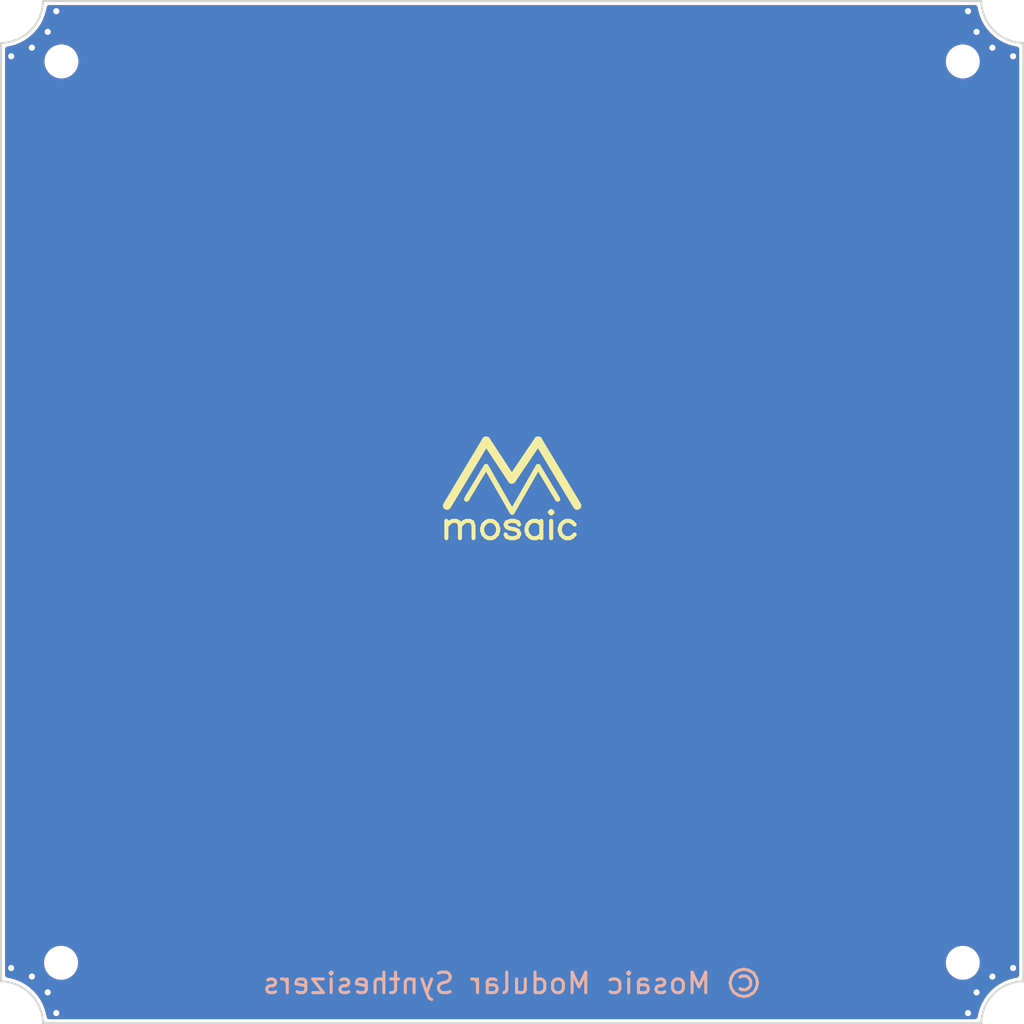
<source format=kicad_pcb>
(kicad_pcb (version 20240108) (generator "pcbnew") (generator_version "8.0")
  (title_block (company "Mosaic modular Synthesizers"))
  (layers (0 "F.Cu" signal) (31 "B.Cu" signal) (34 "B.Paste" user) (35 "F.Paste" user) (36 "B.SilkS" user "B.Silkscreen") (37 "F.SilkS" user "F.Silkscreen") (38 "B.Mask" user) (39 "F.Mask" user) (44 "Edge.Cuts" user))
  (net 0 "")
  (net 1 "GND")
  (footprint "0-MM:copyright" (layer "F.Cu") (at 150 123)
    (property "Reference" "REF4" (hide yes))
    (property "Value" "copyright" (hide yes))
    (fp_text user "© Mosaic Modular Synthesizers" (at 0 0 0) (layer "B.SilkS") (effects (justify mirror)))
  )
  (footprint "0-MM:MM50x50_JLC_toolingholes" (layer "F.Cu") (at 150 100)
    (property "Reference" "REF2" (hide yes))
    (property "Value" "JLC_PCBA_tooling_holes" (hide yes))
    (pad "" np_thru_hole circle (at -22.01962 21.999999) (size 1.152 1.152) (drill 1.152) (layers "F&B.Cu" "*.Mask"))
    (pad "" np_thru_hole circle (at -22 -22) (size 1.152 1.152) (drill 1.152) (layers "F&B.Cu" "*.Mask"))
    (pad "" np_thru_hole circle (at 22 -22) (size 1.152 1.152) (drill 1.152) (layers "F&B.Cu" "*.Mask"))
    (pad "" np_thru_hole circle (at 22 22) (size 1.152 1.152) (drill 1.152) (layers "F&B.Cu" "*.Mask"))
  )
  (footprint "0-MM:MM_LOGO" (layer "F.Cu") (at 150 100)
    (property "Reference" "REF3" (hide yes))
    (property "Value" "logo" (hide yes))
    (fp_line (start -3.209537 0.427546) (end -3.209537 0.668546) (stroke (width 0.2)) (layer "F.SilkS"))
    (fp_line (start -3.209537 0.668546) (end -3.209537 1.269546) (stroke (width 0.2)) (layer "F.SilkS"))
    (fp_line (start -3.209537 0.668546) (end -3.028537 0.487546) (stroke (width 0.2)) (layer "F.SilkS"))
    (fp_line (start -3.175 -0.3175) (end -1.27 -3.4925) (stroke (width 0.4064)) (layer "F.SilkS"))
    (fp_line (start -3.028537 0.487546) (end -2.908537 0.427546) (stroke (width 0.2)) (layer "F.SilkS"))
    (fp_line (start -2.908537 0.427546) (end -2.727537 0.427546) (stroke (width 0.2)) (layer "F.SilkS"))
    (fp_line (start -2.727537 0.427546) (end -2.607537 0.487546) (stroke (width 0.2)) (layer "F.SilkS"))
    (fp_line (start -2.607537 0.487546) (end -2.547537 0.668546) (stroke (width 0.2)) (layer "F.SilkS"))
    (fp_line (start -2.547537 0.668546) (end -2.547537 1.269546) (stroke (width 0.2)) (layer "F.SilkS"))
    (fp_line (start -2.547537 0.668546) (end -2.366537 0.487546) (stroke (width 0.2)) (layer "F.SilkS"))
    (fp_line (start -2.366537 0.487546) (end -2.246537 0.427546) (stroke (width 0.2)) (layer "F.SilkS"))
    (fp_line (start -2.246537 0.427546) (end -2.065537 0.427546) (stroke (width 0.2)) (layer "F.SilkS"))
    (fp_line (start -2.065537 0.427546) (end -1.945537 0.487546) (stroke (width 0.2)) (layer "F.SilkS"))
    (fp_line (start -1.945537 0.487546) (end -1.885537 0.668546) (stroke (width 0.2)) (layer "F.SilkS"))
    (fp_line (start -1.885537 0.668546) (end -1.885537 1.269546) (stroke (width 0.2)) (layer "F.SilkS"))
    (fp_line (start -1.464537 0.788546) (end -1.464537 0.908546) (stroke (width 0.2)) (layer "F.SilkS"))
    (fp_line (start -1.464537 0.908546) (end -1.403537 1.089546) (stroke (width 0.2)) (layer "F.SilkS"))
    (fp_line (start -1.403537 0.607546) (end -1.464537 0.788546) (stroke (width 0.2)) (layer "F.SilkS"))
    (fp_line (start -1.403537 1.089546) (end -1.283537 1.209546) (stroke (width 0.2)) (layer "F.SilkS"))
    (fp_line (start -1.283537 0.487546) (end -1.403537 0.607546) (stroke (width 0.2)) (layer "F.SilkS"))
    (fp_line (start -1.283537 1.209546) (end -1.163537 1.269546) (stroke (width 0.2)) (layer "F.SilkS"))
    (fp_line (start -1.27 -3.4925) (end -0.01524 -1.589784) (stroke (width 0.4064)) (layer "F.SilkS"))
    (fp_line (start -1.27 -2.2225) (end -2.2225 -0.635) (stroke (width 0.254)) (layer "F.SilkS"))
    (fp_line (start -1.27 -2.2225) (end 0 0) (stroke (width 0.254)) (layer "F.SilkS"))
    (fp_line (start -1.163537 0.427546) (end -1.283537 0.487546) (stroke (width 0.2)) (layer "F.SilkS"))
    (fp_line (start -1.163537 1.269546) (end -0.982537 1.269546) (stroke (width 0.2)) (layer "F.SilkS"))
    (fp_line (start -0.982537 0.427546) (end -1.163537 0.427546) (stroke (width 0.2)) (layer "F.SilkS"))
    (fp_line (start -0.982537 1.269546) (end -0.862537 1.209546) (stroke (width 0.2)) (layer "F.SilkS"))
    (fp_line (start -0.862537 0.487546) (end -0.982537 0.427546) (stroke (width 0.2)) (layer "F.SilkS"))
    (fp_line (start -0.862537 1.209546) (end -0.742537 1.089546) (stroke (width 0.2)) (layer "F.SilkS"))
    (fp_line (start -0.742537 0.607546) (end -0.862537 0.487546) (stroke (width 0.2)) (layer "F.SilkS"))
    (fp_line (start -0.742537 1.089546) (end -0.681537 0.908546) (stroke (width 0.2)) (layer "F.SilkS"))
    (fp_line (start -0.681537 0.788546) (end -0.742537 0.607546) (stroke (width 0.2)) (layer "F.SilkS"))
    (fp_line (start -0.681537 0.908546) (end -0.681537 0.788546) (stroke (width 0.2)) (layer "F.SilkS"))
    (fp_line (start -0.320537 0.607546) (end -0.260537 0.728546) (stroke (width 0.2)) (layer "F.SilkS"))
    (fp_line (start -0.260537 0.487546) (end -0.320537 0.607546) (stroke (width 0.2)) (layer "F.SilkS"))
    (fp_line (start -0.260537 0.728546) (end -0.140537 0.788546) (stroke (width 0.2)) (layer "F.SilkS"))
    (fp_line (start -0.260537 1.209546) (end -0.320537 1.089546) (stroke (width 0.2)) (layer "F.SilkS"))
    (fp_line (start -0.140537 0.788546) (end 0.160462 0.848546) (stroke (width 0.2)) (layer "F.SilkS"))
    (fp_line (start -0.080537 0.427546) (end -0.260537 0.487546) (stroke (width 0.2)) (layer "F.SilkS"))
    (fp_line (start -0.080537 1.269546) (end -0.260537 1.209546) (stroke (width 0.2)) (layer "F.SilkS"))
    (fp_line (start -0.01524 -1.589784) (end 1.27 -3.4925) (stroke (width 0.4064)) (layer "F.SilkS"))
    (fp_line (start 0 0) (end 1.27 -2.2225) (stroke (width 0.254)) (layer "F.SilkS"))
    (fp_line (start 0.100462 0.427546) (end -0.080537 0.427546) (stroke (width 0.2)) (layer "F.SilkS"))
    (fp_line (start 0.100462 1.269546) (end -0.080537 1.269546) (stroke (width 0.2)) (layer "F.SilkS"))
    (fp_line (start 0.160462 0.848546) (end 0.280462 0.908546) (stroke (width 0.2)) (layer "F.SilkS"))
    (fp_line (start 0.280462 0.487546) (end 0.100462 0.427546) (stroke (width 0.2)) (layer "F.SilkS"))
    (fp_line (start 0.280462 0.908546) (end 0.341462 1.029546) (stroke (width 0.2)) (layer "F.SilkS"))
    (fp_line (start 0.280462 1.209546) (end 0.100462 1.269546) (stroke (width 0.2)) (layer "F.SilkS"))
    (fp_line (start 0.341462 0.607546) (end 0.280462 0.487546) (stroke (width 0.2)) (layer "F.SilkS"))
    (fp_line (start 0.341462 1.029546) (end 0.341462 1.089546) (stroke (width 0.2)) (layer "F.SilkS"))
    (fp_line (start 0.341462 1.089546) (end 0.280462 1.209546) (stroke (width 0.2)) (layer "F.SilkS"))
    (fp_line (start 0.702462 0.788546) (end 0.702462 0.908546) (stroke (width 0.2)) (layer "F.SilkS"))
    (fp_line (start 0.702462 0.908546) (end 0.762462 1.089546) (stroke (width 0.2)) (layer "F.SilkS"))
    (fp_line (start 0.762462 0.607546) (end 0.702462 0.788546) (stroke (width 0.2)) (layer "F.SilkS"))
    (fp_line (start 0.762462 1.089546) (end 0.882462 1.209546) (stroke (width 0.2)) (layer "F.SilkS"))
    (fp_line (start 0.882462 0.487546) (end 0.762462 0.607546) (stroke (width 0.2)) (layer "F.SilkS"))
    (fp_line (start 0.882462 1.209546) (end 1.003462 1.269546) (stroke (width 0.2)) (layer "F.SilkS"))
    (fp_line (start 1.003462 0.427546) (end 0.882462 0.487546) (stroke (width 0.2)) (layer "F.SilkS"))
    (fp_line (start 1.003462 1.269546) (end 1.183462 1.269546) (stroke (width 0.2)) (layer "F.SilkS"))
    (fp_line (start 1.183462 0.427546) (end 1.003462 0.427546) (stroke (width 0.2)) (layer "F.SilkS"))
    (fp_line (start 1.183462 1.269546) (end 1.304462 1.209546) (stroke (width 0.2)) (layer "F.SilkS"))
    (fp_line (start 1.27 -3.4925) (end 3.175 -0.3175) (stroke (width 0.4064)) (layer "F.SilkS"))
    (fp_line (start 1.27 -2.2225) (end 2.2225 -0.635) (stroke (width 0.254)) (layer "F.SilkS"))
    (fp_line (start 1.304462 0.487546) (end 1.183462 0.427546) (stroke (width 0.2)) (layer "F.SilkS"))
    (fp_line (start 1.304462 1.209546) (end 1.424462 1.089546) (stroke (width 0.2)) (layer "F.SilkS"))
    (fp_line (start 1.424462 0.427546) (end 1.424462 0.607546) (stroke (width 0.2)) (layer "F.SilkS"))
    (fp_line (start 1.424462 0.607546) (end 1.304462 0.487546) (stroke (width 0.2)) (layer "F.SilkS"))
    (fp_line (start 1.424462 0.607546) (end 1.424462 1.089546) (stroke (width 0.2)) (layer "F.SilkS"))
    (fp_line (start 1.424462 1.089546) (end 1.424462 1.269546) (stroke (width 0.2)) (layer "F.SilkS"))
    (fp_line (start 1.845462 0.006546) (end 1.905462 0.066546) (stroke (width 0.2)) (layer "F.SilkS"))
    (fp_line (start 1.905462 -0.054453) (end 1.845462 0.006546) (stroke (width 0.2)) (layer "F.SilkS"))
    (fp_line (start 1.905462 0.066546) (end 1.965462 0.006546) (stroke (width 0.2)) (layer "F.SilkS"))
    (fp_line (start 1.905462 0.427546) (end 1.905462 1.269546) (stroke (width 0.2)) (layer "F.SilkS"))
    (fp_line (start 1.965462 0.006546) (end 1.905462 -0.054453) (stroke (width 0.2)) (layer "F.SilkS"))
    (fp_line (start 2.327462 0.788546) (end 2.327462 0.908546) (stroke (width 0.2)) (layer "F.SilkS"))
    (fp_line (start 2.327462 0.908546) (end 2.387462 1.089546) (stroke (width 0.2)) (layer "F.SilkS"))
    (fp_line (start 2.387462 0.607546) (end 2.327462 0.788546) (stroke (width 0.2)) (layer "F.SilkS"))
    (fp_line (start 2.387462 1.089546) (end 2.507462 1.209546) (stroke (width 0.2)) (layer "F.SilkS"))
    (fp_line (start 2.507462 0.487546) (end 2.387462 0.607546) (stroke (width 0.2)) (layer "F.SilkS"))
    (fp_line (start 2.507462 1.209546) (end 2.627462 1.269546) (stroke (width 0.2)) (layer "F.SilkS"))
    (fp_line (start 2.627462 0.427546) (end 2.507462 0.487546) (stroke (width 0.2)) (layer "F.SilkS"))
    (fp_line (start 2.627462 1.269546) (end 2.808462 1.269546) (stroke (width 0.2)) (layer "F.SilkS"))
    (fp_line (start 2.808462 0.427546) (end 2.627462 0.427546) (stroke (width 0.2)) (layer "F.SilkS"))
    (fp_line (start 2.808462 1.269546) (end 2.928462 1.209546) (stroke (width 0.2)) (layer "F.SilkS"))
    (fp_line (start 2.928462 0.487546) (end 2.808462 0.427546) (stroke (width 0.2)) (layer "F.SilkS"))
    (fp_line (start 2.928462 1.209546) (end 3.049462 1.089546) (stroke (width 0.2)) (layer "F.SilkS"))
    (fp_line (start 3.049462 0.607546) (end 2.928462 0.487546) (stroke (width 0.2)) (layer "F.SilkS"))
  )
  (gr_line (start 125.05 122.9) (end 125.05 77.1) (stroke (width 0.1)) (layer "Edge.Cuts"))
  (gr_arc (start 125.051219 122.90003) (mid 126.485776 123.515087) (end 127.1 124.95) (stroke (width 0.1)) (layer "Edge.Cuts"))
  (gr_arc (start 174.948781 77.09997) (mid 173.514224 76.484913) (end 172.9 75.05) (stroke (width 0.1)) (layer "Edge.Cuts"))
  (gr_line (start 174.95 77.1) (end 174.95 122.9) (stroke (width 0.1)) (layer "Edge.Cuts"))
  (gr_arc (start 172.90003 124.948781) (mid 173.515087 123.514224) (end 174.95 122.9) (stroke (width 0.1)) (layer "Edge.Cuts"))
  (gr_line (start 127.1 75.05) (end 172.9 75.05) (stroke (width 0.1)) (layer "Edge.Cuts"))
  (gr_line (start 172.9 124.95) (end 127.1 124.95) (stroke (width 0.1)) (layer "Edge.Cuts"))
  (gr_arc (start 127.09997 75.051219) (mid 126.484913 76.485776) (end 125.05 77.1) (stroke (width 0.1)) (layer "Edge.Cuts"))
  (via (at 127.328115 76.555597) (size 0.575) (drill 0.3) (layers "F.Cu" "B.Cu") (net 1))
  (via (at 125.546253 122.253801) (size 0.575) (drill 0.3) (layers "F.Cu" "B.Cu") (net 1))
  (via (at 125.546253 77.746199) (size 0.575) (drill 0.3) (layers "F.Cu" "B.Cu") (net 1))
  (via (at 126.555597 122.671885) (size 0.575) (drill 0.3) (layers "F.Cu" "B.Cu") (net 1))
  (via (at 127.746199 75.546253) (size 0.575) (drill 0.3) (layers "F.Cu" "B.Cu") (net 1))
  (via (at 173.444403 122.671885) (size 0.575) (drill 0.3) (layers "F.Cu" "B.Cu") (net 1))
  (via (at 172.253801 124.453747) (size 0.575) (drill 0.3) (layers "F.Cu" "B.Cu") (net 1))
  (via (at 127.328115 123.444403) (size 0.575) (drill 0.3) (layers "F.Cu" "B.Cu") (net 1))
  (via (at 172.671885 123.444403) (size 0.575) (drill 0.3) (layers "F.Cu" "B.Cu") (net 1))
  (via (at 174.453747 77.746199) (size 0.575) (drill 0.3) (layers "F.Cu" "B.Cu") (net 1))
  (via (at 127.746199 124.453747) (size 0.575) (drill 0.3) (layers "F.Cu" "B.Cu") (net 1))
  (via (at 173.444403 77.328115) (size 0.575) (drill 0.3) (layers "F.Cu" "B.Cu") (net 1))
  (via (at 126.555597 77.328115) (size 0.575) (drill 0.3) (layers "F.Cu" "B.Cu") (net 1))
  (via (at 172.671885 76.555597) (size 0.575) (drill 0.3) (layers "F.Cu" "B.Cu") (net 1))
  (via (at 172.253801 75.546253) (size 0.575) (drill 0.3) (layers "F.Cu" "B.Cu") (net 1))
  (via (at 174.453747 122.253801) (size 0.575) (drill 0.3) (layers "F.Cu" "B.Cu") (net 1))
  (zone (net 1) (net_name "GND") (layers "F&B.Cu") (name "GND") (connect_pads thru_hole_only (clearance 0.2)) (min_thickness 0.254) (fill yes (thermal_gap 0.508) (thermal_bridge_width 0.508))
    (polygon (pts (xy 175 125) (xy 125 125) (xy 125 75) (xy 175 75)))
  )
)
</source>
